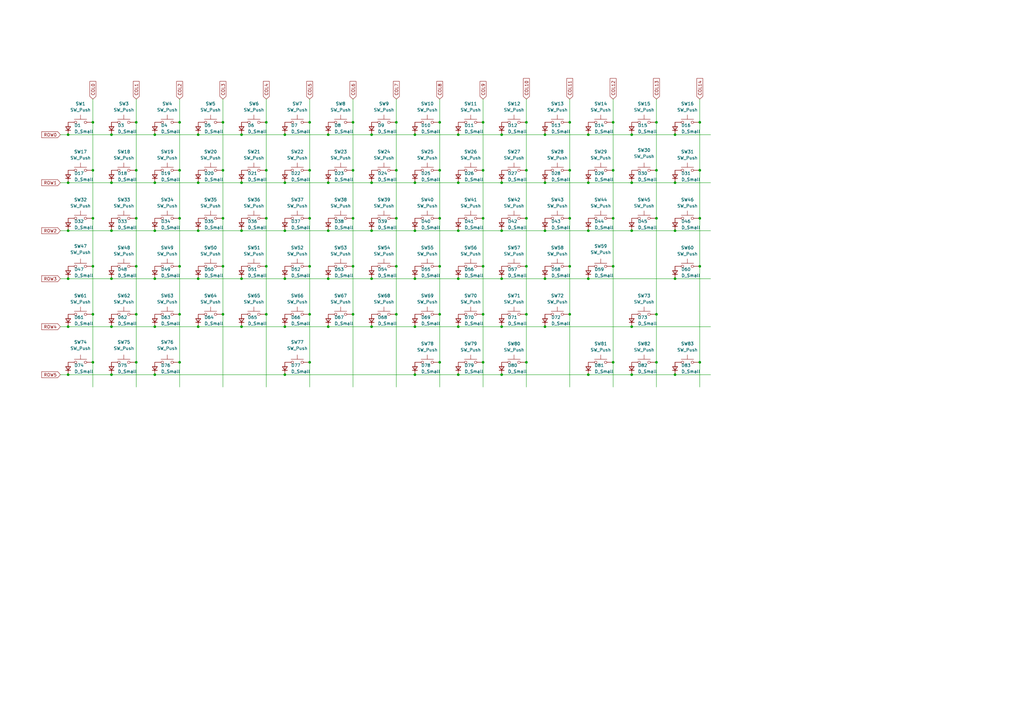
<source format=kicad_sch>
(kicad_sch (version 20230121) (generator eeschema)
  (paper "A3")
  (junction (at 187.96 55.245))
  (junction (at 259.08 94.615))
  (junction (at 215.9 148.59))
  (junction (at 144.78 50.165))
  (junction (at 223.52 55.245))
  (junction (at 63.5 55.245))
  (junction (at 205.74 133.985))
  (junction (at 287.02 148.59))
  (junction (at 241.3 94.615))
  (junction (at 259.08 55.245))
  (junction (at 215.9 128.905))
  (junction (at 170.18 153.67))
  (junction (at 127 148.59))
  (junction (at 55.88 89.535))
  (junction (at 180.34 69.85))
  (junction (at 152.4 74.93))
  (junction (at 27.94 153.67))
  (junction (at 38.1 148.59))
  (junction (at 81.28 114.3))
  (junction (at 134.62 133.985))
  (junction (at 233.68 89.535))
  (junction (at 170.18 133.985))
  (junction (at 109.22 89.535))
  (junction (at 198.12 50.165))
  (junction (at 99.06 94.615))
  (junction (at 259.08 153.67))
  (junction (at 134.62 74.93))
  (junction (at 55.88 128.905))
  (junction (at 205.74 94.615))
  (junction (at 162.56 109.22))
  (junction (at 152.4 133.985))
  (junction (at 198.12 109.22))
  (junction (at 269.24 89.535))
  (junction (at 38.1 109.22))
  (junction (at 127 50.165))
  (junction (at 99.06 74.93))
  (junction (at 109.22 128.905))
  (junction (at 276.86 74.93))
  (junction (at 223.52 94.615))
  (junction (at 180.34 128.905))
  (junction (at 81.28 74.93))
  (junction (at 144.78 69.85))
  (junction (at 180.34 89.535))
  (junction (at 259.08 74.93))
  (junction (at 144.78 128.905))
  (junction (at 55.88 50.165))
  (junction (at 116.84 94.615))
  (junction (at 170.18 94.615))
  (junction (at 73.66 50.165))
  (junction (at 259.08 133.985))
  (junction (at 180.34 109.22))
  (junction (at 198.12 89.535))
  (junction (at 91.44 69.85))
  (junction (at 276.86 153.67))
  (junction (at 116.84 55.245))
  (junction (at 198.12 69.85))
  (junction (at 38.1 89.535))
  (junction (at 55.88 148.59))
  (junction (at 27.94 133.985))
  (junction (at 45.72 133.985))
  (junction (at 81.28 55.245))
  (junction (at 241.3 153.67))
  (junction (at 162.56 89.535))
  (junction (at 45.72 55.245))
  (junction (at 91.44 128.905))
  (junction (at 45.72 114.3))
  (junction (at 276.86 94.615))
  (junction (at 27.94 55.245))
  (junction (at 63.5 74.93))
  (junction (at 276.86 55.245))
  (junction (at 127 128.905))
  (junction (at 116.84 114.3))
  (junction (at 63.5 94.615))
  (junction (at 45.72 94.615))
  (junction (at 205.74 55.245))
  (junction (at 233.68 50.165))
  (junction (at 251.46 109.22))
  (junction (at 223.52 114.3))
  (junction (at 38.1 69.85))
  (junction (at 251.46 69.85))
  (junction (at 269.24 69.85))
  (junction (at 99.06 55.245))
  (junction (at 91.44 89.535))
  (junction (at 109.22 69.85))
  (junction (at 187.96 153.67))
  (junction (at 144.78 109.22))
  (junction (at 269.24 148.59))
  (junction (at 134.62 55.245))
  (junction (at 63.5 114.3))
  (junction (at 127 69.85))
  (junction (at 170.18 74.93))
  (junction (at 223.52 74.93))
  (junction (at 73.66 128.905))
  (junction (at 233.68 128.905))
  (junction (at 198.12 148.59))
  (junction (at 287.02 69.85))
  (junction (at 38.1 50.165))
  (junction (at 251.46 89.535))
  (junction (at 233.68 69.85))
  (junction (at 99.06 114.3))
  (junction (at 276.86 114.3))
  (junction (at 73.66 109.22))
  (junction (at 241.3 114.3))
  (junction (at 91.44 109.22))
  (junction (at 205.74 114.3))
  (junction (at 127 109.22))
  (junction (at 198.12 128.905))
  (junction (at 45.72 74.93))
  (junction (at 27.94 114.3))
  (junction (at 55.88 69.85))
  (junction (at 162.56 128.905))
  (junction (at 251.46 148.59))
  (junction (at 269.24 50.165))
  (junction (at 134.62 94.615))
  (junction (at 109.22 50.165))
  (junction (at 223.52 133.985))
  (junction (at 162.56 69.85))
  (junction (at 73.66 89.535))
  (junction (at 116.84 133.985))
  (junction (at 63.5 133.985))
  (junction (at 287.02 50.165))
  (junction (at 116.84 153.67))
  (junction (at 170.18 114.3))
  (junction (at 215.9 109.22))
  (junction (at 91.44 50.165))
  (junction (at 215.9 89.535))
  (junction (at 127 89.535))
  (junction (at 251.46 50.165))
  (junction (at 180.34 50.165))
  (junction (at 99.06 133.985))
  (junction (at 241.3 74.93))
  (junction (at 287.02 109.22))
  (junction (at 63.5 153.67))
  (junction (at 180.34 148.59))
  (junction (at 81.28 94.615))
  (junction (at 152.4 55.245))
  (junction (at 73.66 69.85))
  (junction (at 27.94 74.93))
  (junction (at 134.62 114.3))
  (junction (at 215.9 69.85))
  (junction (at 187.96 114.3))
  (junction (at 27.94 94.615))
  (junction (at 205.74 153.67))
  (junction (at 81.28 133.985))
  (junction (at 287.02 89.535))
  (junction (at 215.9 50.165))
  (junction (at 152.4 94.615))
  (junction (at 187.96 94.615))
  (junction (at 116.84 74.93))
  (junction (at 73.66 148.59))
  (junction (at 109.22 109.22))
  (junction (at 162.56 50.165))
  (junction (at 38.1 128.905))
  (junction (at 205.74 74.93))
  (junction (at 187.96 74.93))
  (junction (at 187.96 133.985))
  (junction (at 144.78 89.535))
  (junction (at 269.24 128.905))
  (junction (at 170.18 55.245))
  (junction (at 233.68 109.22))
  (junction (at 45.72 153.67))
  (junction (at 55.88 109.22))
  (junction (at 152.4 114.3))
  (junction (at 241.3 55.245))
  (wire (pts (xy 170.18 55.245) (xy 187.96 55.245)))
  (wire (pts (xy 55.88 69.85) (xy 55.88 89.535)))
  (wire (pts (xy 144.78 109.22) (xy 144.78 128.905)))
  (wire (pts (xy 198.12 69.85) (xy 198.12 89.535)))
  (wire (pts (xy 38.1 148.59) (xy 38.1 158.75)))
  (wire (pts (xy 144.78 69.85) (xy 144.78 89.535)))
  (wire (pts (xy 215.9 40.64) (xy 215.9 50.165)))
  (wire (pts (xy 109.22 89.535) (xy 109.22 109.22)))
  (wire (pts (xy 241.3 74.93) (xy 259.08 74.93)))
  (wire (pts (xy 45.72 133.985) (xy 63.5 133.985)))
  (wire (pts (xy 269.24 40.64) (xy 269.24 50.165)))
  (wire (pts (xy 81.28 133.985) (xy 99.06 133.985)))
  (wire (pts (xy 241.3 114.3) (xy 276.86 114.3)))
  (wire (pts (xy 170.18 153.67) (xy 187.96 153.67)))
  (wire (pts (xy 251.46 69.85) (xy 251.46 89.535)))
  (wire (pts (xy 109.22 50.165) (xy 109.22 69.85)))
  (wire (pts (xy 24.765 114.3) (xy 27.94 114.3)))
  (wire (pts (xy 198.12 50.165) (xy 198.12 69.85)))
  (wire (pts (xy 73.66 89.535) (xy 73.66 109.22)))
  (wire (pts (xy 259.08 74.93) (xy 276.86 74.93)))
  (wire (pts (xy 134.62 94.615) (xy 152.4 94.615)))
  (wire (pts (xy 205.74 55.245) (xy 223.52 55.245)))
  (wire (pts (xy 180.34 128.905) (xy 180.34 148.59)))
  (wire (pts (xy 187.96 55.245) (xy 205.74 55.245)))
  (wire (pts (xy 205.74 114.3) (xy 223.52 114.3)))
  (wire (pts (xy 24.765 74.93) (xy 27.94 74.93)))
  (wire (pts (xy 73.66 128.905) (xy 73.66 148.59)))
  (wire (pts (xy 233.68 50.165) (xy 233.68 69.85)))
  (wire (pts (xy 187.96 153.67) (xy 205.74 153.67)))
  (wire (pts (xy 162.56 128.905) (xy 162.56 158.75)))
  (wire (pts (xy 116.84 133.985) (xy 134.62 133.985)))
  (wire (pts (xy 109.22 109.22) (xy 109.22 128.905)))
  (wire (pts (xy 134.62 74.93) (xy 152.4 74.93)))
  (wire (pts (xy 81.28 94.615) (xy 99.06 94.615)))
  (wire (pts (xy 55.88 40.64) (xy 55.88 50.165)))
  (wire (pts (xy 152.4 94.615) (xy 170.18 94.615)))
  (wire (pts (xy 152.4 114.3) (xy 170.18 114.3)))
  (wire (pts (xy 251.46 89.535) (xy 251.46 109.22)))
  (wire (pts (xy 134.62 55.245) (xy 152.4 55.245)))
  (wire (pts (xy 259.08 94.615) (xy 276.86 94.615)))
  (wire (pts (xy 99.06 114.3) (xy 116.84 114.3)))
  (wire (pts (xy 170.18 133.985) (xy 187.96 133.985)))
  (wire (pts (xy 127 69.85) (xy 127 89.535)))
  (wire (pts (xy 24.765 94.615) (xy 27.94 94.615)))
  (wire (pts (xy 223.52 94.615) (xy 241.3 94.615)))
  (wire (pts (xy 170.18 114.3) (xy 187.96 114.3)))
  (wire (pts (xy 276.86 94.615) (xy 291.465 94.615)))
  (wire (pts (xy 127 89.535) (xy 127 109.22)))
  (wire (pts (xy 73.66 40.64) (xy 73.66 50.165)))
  (wire (pts (xy 187.96 74.93) (xy 205.74 74.93)))
  (wire (pts (xy 233.68 89.535) (xy 233.68 109.22)))
  (wire (pts (xy 127 109.22) (xy 127 128.905)))
  (wire (pts (xy 269.24 89.535) (xy 269.24 128.905)))
  (wire (pts (xy 287.02 69.85) (xy 287.02 89.535)))
  (wire (pts (xy 251.46 40.64) (xy 251.46 50.165)))
  (wire (pts (xy 251.46 50.165) (xy 251.46 69.85)))
  (wire (pts (xy 24.765 153.67) (xy 27.94 153.67)))
  (wire (pts (xy 205.74 74.93) (xy 223.52 74.93)))
  (wire (pts (xy 198.12 148.59) (xy 198.12 158.75)))
  (wire (pts (xy 81.28 74.93) (xy 99.06 74.93)))
  (wire (pts (xy 63.5 153.67) (xy 116.84 153.67)))
  (wire (pts (xy 241.3 153.67) (xy 259.08 153.67)))
  (wire (pts (xy 38.1 89.535) (xy 38.1 109.22)))
  (wire (pts (xy 99.06 55.245) (xy 116.84 55.245)))
  (wire (pts (xy 180.34 109.22) (xy 180.34 128.905)))
  (wire (pts (xy 287.02 89.535) (xy 287.02 109.22)))
  (wire (pts (xy 73.66 109.22) (xy 73.66 128.905)))
  (wire (pts (xy 55.88 109.22) (xy 55.88 128.905)))
  (wire (pts (xy 45.72 94.615) (xy 63.5 94.615)))
  (wire (pts (xy 205.74 153.67) (xy 241.3 153.67)))
  (wire (pts (xy 187.96 133.985) (xy 205.74 133.985)))
  (wire (pts (xy 99.06 133.985) (xy 116.84 133.985)))
  (wire (pts (xy 259.08 55.245) (xy 276.86 55.245)))
  (wire (pts (xy 152.4 74.93) (xy 170.18 74.93)))
  (wire (pts (xy 187.96 114.3) (xy 205.74 114.3)))
  (wire (pts (xy 63.5 74.93) (xy 81.28 74.93)))
  (wire (pts (xy 287.02 109.22) (xy 287.02 148.59)))
  (wire (pts (xy 38.1 69.85) (xy 38.1 89.535)))
  (wire (pts (xy 99.06 74.93) (xy 116.84 74.93)))
  (wire (pts (xy 152.4 55.245) (xy 170.18 55.245)))
  (wire (pts (xy 144.78 128.905) (xy 144.78 158.75)))
  (wire (pts (xy 276.86 74.93) (xy 291.465 74.93)))
  (wire (pts (xy 73.66 69.85) (xy 73.66 89.535)))
  (wire (pts (xy 45.72 114.3) (xy 63.5 114.3)))
  (wire (pts (xy 223.52 133.985) (xy 259.08 133.985)))
  (wire (pts (xy 233.68 69.85) (xy 233.68 89.535)))
  (wire (pts (xy 180.34 89.535) (xy 180.34 109.22)))
  (wire (pts (xy 24.765 133.985) (xy 27.94 133.985)))
  (wire (pts (xy 134.62 114.3) (xy 152.4 114.3)))
  (wire (pts (xy 241.3 55.245) (xy 259.08 55.245)))
  (wire (pts (xy 180.34 69.85) (xy 180.34 89.535)))
  (wire (pts (xy 276.86 55.245) (xy 291.465 55.245)))
  (wire (pts (xy 27.94 153.67) (xy 45.72 153.67)))
  (wire (pts (xy 152.4 133.985) (xy 170.18 133.985)))
  (wire (pts (xy 269.24 69.85) (xy 269.24 89.535)))
  (wire (pts (xy 91.44 69.85) (xy 91.44 89.535)))
  (wire (pts (xy 127 128.905) (xy 127 148.59)))
  (wire (pts (xy 91.44 109.22) (xy 91.44 128.905)))
  (wire (pts (xy 233.68 40.64) (xy 233.68 50.165)))
  (wire (pts (xy 99.06 94.615) (xy 116.84 94.615)))
  (wire (pts (xy 223.52 74.93) (xy 241.3 74.93)))
  (wire (pts (xy 45.72 74.93) (xy 63.5 74.93)))
  (wire (pts (xy 223.52 55.245) (xy 241.3 55.245)))
  (wire (pts (xy 63.5 94.615) (xy 81.28 94.615)))
  (wire (pts (xy 215.9 148.59) (xy 215.9 158.75)))
  (wire (pts (xy 215.9 69.85) (xy 215.9 89.535)))
  (wire (pts (xy 127 40.64) (xy 127 50.165)))
  (wire (pts (xy 170.18 74.93) (xy 187.96 74.93)))
  (wire (pts (xy 109.22 69.85) (xy 109.22 89.535)))
  (wire (pts (xy 269.24 50.165) (xy 269.24 69.85)))
  (wire (pts (xy 81.28 114.3) (xy 99.06 114.3)))
  (wire (pts (xy 91.44 128.905) (xy 91.44 158.75)))
  (wire (pts (xy 73.66 50.165) (xy 73.66 69.85)))
  (wire (pts (xy 81.28 55.245) (xy 99.06 55.245)))
  (wire (pts (xy 45.72 55.245) (xy 63.5 55.245)))
  (wire (pts (xy 27.94 74.93) (xy 45.72 74.93)))
  (wire (pts (xy 63.5 133.985) (xy 81.28 133.985)))
  (wire (pts (xy 38.1 40.64) (xy 38.1 50.165)))
  (wire (pts (xy 215.9 128.905) (xy 215.9 148.59)))
  (wire (pts (xy 45.72 153.67) (xy 63.5 153.67)))
  (wire (pts (xy 55.88 89.535) (xy 55.88 109.22)))
  (wire (pts (xy 170.18 94.615) (xy 187.96 94.615)))
  (wire (pts (xy 198.12 128.905) (xy 198.12 148.59)))
  (wire (pts (xy 259.08 133.985) (xy 291.465 133.985)))
  (wire (pts (xy 134.62 133.985) (xy 152.4 133.985)))
  (wire (pts (xy 269.24 148.59) (xy 269.24 158.75)))
  (wire (pts (xy 180.34 148.59) (xy 180.34 158.75)))
  (wire (pts (xy 109.22 128.905) (xy 109.22 158.75)))
  (wire (pts (xy 198.12 40.64) (xy 198.12 50.165)))
  (wire (pts (xy 215.9 50.165) (xy 215.9 69.85)))
  (wire (pts (xy 187.96 94.615) (xy 205.74 94.615)))
  (wire (pts (xy 27.94 94.615) (xy 45.72 94.615)))
  (wire (pts (xy 198.12 109.22) (xy 198.12 128.905)))
  (wire (pts (xy 287.02 40.64) (xy 287.02 50.165)))
  (wire (pts (xy 215.9 109.22) (xy 215.9 128.905)))
  (wire (pts (xy 116.84 153.67) (xy 170.18 153.67)))
  (wire (pts (xy 73.66 148.59) (xy 73.66 158.75)))
  (wire (pts (xy 55.88 128.905) (xy 55.88 148.59)))
  (wire (pts (xy 205.74 133.985) (xy 223.52 133.985)))
  (wire (pts (xy 127 148.59) (xy 127 158.75)))
  (wire (pts (xy 241.3 94.615) (xy 259.08 94.615)))
  (wire (pts (xy 91.44 89.535) (xy 91.44 109.22)))
  (wire (pts (xy 162.56 89.535) (xy 162.56 109.22)))
  (wire (pts (xy 223.52 114.3) (xy 241.3 114.3)))
  (wire (pts (xy 287.02 50.165) (xy 287.02 69.85)))
  (wire (pts (xy 116.84 94.615) (xy 134.62 94.615)))
  (wire (pts (xy 180.34 40.64) (xy 180.34 50.165)))
  (wire (pts (xy 27.94 55.245) (xy 45.72 55.245)))
  (wire (pts (xy 38.1 128.905) (xy 38.1 148.59)))
  (wire (pts (xy 55.88 50.165) (xy 55.88 69.85)))
  (wire (pts (xy 116.84 114.3) (xy 134.62 114.3)))
  (wire (pts (xy 144.78 50.165) (xy 144.78 69.85)))
  (wire (pts (xy 269.24 128.905) (xy 269.24 148.59)))
  (wire (pts (xy 24.765 55.245) (xy 27.94 55.245)))
  (wire (pts (xy 251.46 148.59) (xy 251.46 158.75)))
  (wire (pts (xy 162.56 69.85) (xy 162.56 89.535)))
  (wire (pts (xy 287.02 148.59) (xy 287.02 158.75)))
  (wire (pts (xy 205.74 94.615) (xy 223.52 94.615)))
  (wire (pts (xy 276.86 114.3) (xy 291.465 114.3)))
  (wire (pts (xy 162.56 50.165) (xy 162.56 69.85)))
  (wire (pts (xy 27.94 114.3) (xy 45.72 114.3)))
  (wire (pts (xy 116.84 74.93) (xy 134.62 74.93)))
  (wire (pts (xy 91.44 50.165) (xy 91.44 69.85)))
  (wire (pts (xy 233.68 128.905) (xy 233.68 158.75)))
  (wire (pts (xy 233.68 109.22) (xy 233.68 128.905)))
  (wire (pts (xy 63.5 55.245) (xy 81.28 55.245)))
  (wire (pts (xy 215.9 89.535) (xy 215.9 109.22)))
  (wire (pts (xy 180.34 50.165) (xy 180.34 69.85)))
  (wire (pts (xy 127 50.165) (xy 127 69.85)))
  (wire (pts (xy 162.56 109.22) (xy 162.56 128.905)))
  (wire (pts (xy 144.78 89.535) (xy 144.78 109.22)))
  (wire (pts (xy 198.12 89.535) (xy 198.12 109.22)))
  (wire (pts (xy 251.46 109.22) (xy 251.46 148.59)))
  (wire (pts (xy 38.1 109.22) (xy 38.1 128.905)))
  (wire (pts (xy 27.94 133.985) (xy 45.72 133.985)))
  (wire (pts (xy 109.22 40.64) (xy 109.22 50.165)))
  (wire (pts (xy 38.1 50.165) (xy 38.1 69.85)))
  (wire (pts (xy 91.44 40.64) (xy 91.44 50.165)))
  (wire (pts (xy 162.56 40.64) (xy 162.56 50.165)))
  (wire (pts (xy 259.08 153.67) (xy 276.86 153.67)))
  (wire (pts (xy 116.84 55.245) (xy 134.62 55.245)))
  (wire (pts (xy 276.86 153.67) (xy 291.465 153.67)))
  (wire (pts (xy 55.88 148.59) (xy 55.88 158.75)))
  (wire (pts (xy 63.5 114.3) (xy 81.28 114.3)))
  (wire (pts (xy 144.78 40.64) (xy 144.78 50.165)))
  (global_label "ROW2" (shape input) (at 24.765 94.615 180) (property "Intersheetrefs" "${INTERSHEET_REFS}" (effects hide)))
  (global_label "COL6" (shape input) (at 144.78 40.64 90) (property "Intersheetrefs" "${INTERSHEET_REFS}" (effects hide)))
  (global_label "COL1" (shape input) (at 55.88 40.64 90) (property "Intersheetrefs" "${INTERSHEET_REFS}" (effects hide)))
  (global_label "COL2" (shape input) (at 73.66 40.64 90) (property "Intersheetrefs" "${INTERSHEET_REFS}" (effects hide)))
  (global_label "COL11" (shape input) (at 233.68 40.64 90) (property "Intersheetrefs" "${INTERSHEET_REFS}" (effects hide)))
  (global_label "COL13" (shape input) (at 269.24 40.64 90) (property "Intersheetrefs" "${INTERSHEET_REFS}" (effects hide)))
  (global_label "ROW3" (shape input) (at 24.765 114.3 180) (property "Intersheetrefs" "${INTERSHEET_REFS}" (effects hide)))
  (global_label "COL12" (shape input) (at 251.46 40.64 90) (property "Intersheetrefs" "${INTERSHEET_REFS}" (effects hide)))
  (global_label "COL8" (shape input) (at 180.34 40.64 90) (property "Intersheetrefs" "${INTERSHEET_REFS}" (effects hide)))
  (global_label "COL7" (shape input) (at 162.56 40.64 90) (property "Intersheetrefs" "${INTERSHEET_REFS}" (effects hide)))
  (global_label "COL10" (shape input) (at 215.9 40.64 90) (property "Intersheetrefs" "${INTERSHEET_REFS}" (effects hide)))
  (global_label "ROW5" (shape input) (at 24.765 153.67 180) (property "Intersheetrefs" "${INTERSHEET_REFS}" (effects hide)))
  (global_label "COL9" (shape input) (at 198.12 40.64 90) (property "Intersheetrefs" "${INTERSHEET_REFS}" (effects hide)))
  (global_label "COL5" (shape input) (at 127 40.64 90) (property "Intersheetrefs" "${INTERSHEET_REFS}" (effects hide)))
  (global_label "ROW0" (shape input) (at 24.765 55.245 180) (property "Intersheetrefs" "${INTERSHEET_REFS}" (effects hide)))
  (global_label "COL14" (shape input) (at 287.02 40.64 90) (property "Intersheetrefs" "${INTERSHEET_REFS}" (effects hide)))
  (global_label "COL4" (shape input) (at 109.22 40.64 90) (property "Intersheetrefs" "${INTERSHEET_REFS}" (effects hide)))
  (global_label "ROW1" (shape input) (at 24.765 74.93 180) (property "Intersheetrefs" "${INTERSHEET_REFS}" (effects hide)))
  (global_label "COL0" (shape input) (at 38.1 40.64 90) (property "Intersheetrefs" "${INTERSHEET_REFS}" (effects hide)))
  (global_label "ROW4" (shape input) (at 24.765 133.985 180) (property "Intersheetrefs" "${INTERSHEET_REFS}" (effects hide)))
  (global_label "COL3" (shape input) (at 91.44 40.64 90) (property "Intersheetrefs" "${INTERSHEET_REFS}" (effects hide)))
  (symbol (lib_id "Device:D_Small") (at 223.52 92.075 90) (unit 1)
    (property "Reference" "D43" (at 226.06 90.805 90) (effects (justify right)))
    (property "Value" "D_Small" (at 226.06 93.345 90) (effects (justify right)))
    (property "Footprint" "Diode_SMD:D_SOD-123" (effects hide))
    (property "Sim.Device" "D" (effects hide))
    (property "Sim.Pins" "1=K 2=A" (effects hide))
  )
  (symbol (lib_id "Device:D_Small") (at 27.94 151.13 90) (unit 1)
    (property "Reference" "D74" (at 30.48 149.86 90) (effects (justify right)))
    (property "Value" "D_Small" (at 30.48 152.4 90) (effects (justify right)))
    (property "Footprint" "Diode_SMD:D_SOD-123" (effects hide))
    (property "Sim.Device" "D" (effects hide))
    (property "Sim.Pins" "1=K 2=A" (effects hide))
  )
  (symbol (lib_id "Switch:SW_Push") (at 210.82 89.535 0) (unit 1)
    (property "Reference" "SW42" (at 210.82 81.915 0))
    (property "Value" "SW_Push" (at 210.82 84.455 0))
    (property "Footprint" "PCM_Switch_Keyboard_Hotswap_Kailh:SW_Hotswap_Kailh_MX_Plated_1.00u" (effects hide))
  )
  (symbol (lib_id "Device:D_Small") (at 205.74 151.13 90) (unit 1)
    (property "Reference" "D80" (at 208.28 149.86 90) (effects (justify right)))
    (property "Value" "D_Small" (at 208.28 152.4 90) (effects (justify right)))
    (property "Footprint" "Diode_SMD:D_SOD-123" (effects hide))
    (property "Sim.Device" "D" (effects hide))
    (property "Sim.Pins" "1=K 2=A" (effects hide))
  )
  (symbol (lib_id "Switch:SW_Push") (at 104.14 50.165 0) (unit 1)
    (property "Reference" "SW6" (at 104.14 42.545 0))
    (property "Value" "SW_Push" (at 104.14 45.085 0))
    (property "Footprint" "PCM_Switch_Keyboard_Hotswap_Kailh:SW_Hotswap_Kailh_MX_Plated_1.00u" (effects hide))
  )
  (symbol (lib_id "Switch:SW_Push") (at 228.6 109.22 0) (unit 1)
    (property "Reference" "SW58" (at 228.6 101.6 0))
    (property "Value" "SW_Push" (at 228.6 104.14 0))
    (property "Footprint" "PCM_Switch_Keyboard_Hotswap_Kailh:SW_Hotswap_Kailh_MX_Plated_1.00u" (effects hide))
  )
  (symbol (lib_id "Switch:SW_Push") (at 228.6 50.165 0) (unit 1)
    (property "Reference" "SW13" (at 228.6 42.545 0))
    (property "Value" "SW_Push" (at 228.6 45.085 0))
    (property "Footprint" "PCM_Switch_Keyboard_Hotswap_Kailh:SW_Hotswap_Kailh_MX_Plated_1.00u" (effects hide))
  )
  (symbol (lib_id "Device:D_Small") (at 223.52 131.445 90) (unit 1)
    (property "Reference" "D72" (at 226.06 130.175 90) (effects (justify right)))
    (property "Value" "D_Small" (at 226.06 132.715 90) (effects (justify right)))
    (property "Footprint" "Diode_SMD:D_SOD-123" (effects hide))
    (property "Sim.Device" "D" (effects hide))
    (property "Sim.Pins" "1=K 2=A" (effects hide))
  )
  (symbol (lib_id "Switch:SW_Push") (at 264.16 89.535 0) (unit 1)
    (property "Reference" "SW45" (at 264.16 81.915 0))
    (property "Value" "SW_Push" (at 264.16 84.455 0))
    (property "Footprint" "PCM_Switch_Keyboard_Hotswap_Kailh:SW_Hotswap_Kailh_MX_Plated_1.50u" (effects hide))
  )
  (symbol (lib_id "Device:D_Small") (at 81.28 131.445 90) (unit 1)
    (property "Reference" "D64" (at 83.82 130.175 90) (effects (justify right)))
    (property "Value" "D_Small" (at 83.82 132.715 90) (effects (justify right)))
    (property "Footprint" "Diode_SMD:D_SOD-123" (effects hide))
    (property "Sim.Device" "D" (effects hide))
    (property "Sim.Pins" "1=K 2=A" (effects hide))
  )
  (symbol (lib_id "Device:D_Small") (at 81.28 111.76 90) (unit 1)
    (property "Reference" "D50" (at 83.82 110.49 90) (effects (justify right)))
    (property "Value" "D_Small" (at 83.82 113.03 90) (effects (justify right)))
    (property "Footprint" "Diode_SMD:D_SOD-123" (effects hide))
    (property "Sim.Device" "D" (effects hide))
    (property "Sim.Pins" "1=K 2=A" (effects hide))
  )
  (symbol (lib_id "Device:D_Small") (at 241.3 151.13 90) (unit 1)
    (property "Reference" "D81" (at 243.84 149.86 90) (effects (justify right)))
    (property "Value" "D_Small" (at 243.84 152.4 90) (effects (justify right)))
    (property "Footprint" "Diode_SMD:D_SOD-123" (effects hide))
    (property "Sim.Device" "D" (effects hide))
    (property "Sim.Pins" "1=K 2=A" (effects hide))
  )
  (symbol (lib_id "Switch:SW_Push") (at 264.16 50.165 0) (unit 1)
    (property "Reference" "SW15" (at 264.16 42.545 0))
    (property "Value" "SW_Push" (at 264.16 45.085 0))
    (property "Footprint" "PCM_Switch_Keyboard_Hotswap_Kailh:SW_Hotswap_Kailh_MX_Plated_1.00u" (effects hide))
  )
  (symbol (lib_id "Switch:SW_Push") (at 33.02 69.85 0) (unit 1)
    (property "Reference" "SW17" (at 33.02 62.23 0))
    (property "Value" "SW_Push" (at 33.02 64.77 0))
    (property "Footprint" "PCM_Switch_Keyboard_Hotswap_Kailh:SW_Hotswap_Kailh_MX_Plated_1.00u" (effects hide))
  )
  (symbol (lib_id "Device:D_Small") (at 116.84 151.13 90) (unit 1)
    (property "Reference" "D77" (at 119.38 149.86 90) (effects (justify right)))
    (property "Value" "D_Small" (at 119.38 152.4 90) (effects (justify right)))
    (property "Footprint" "Diode_SMD:D_SOD-123" (effects hide))
    (property "Sim.Device" "D" (effects hide))
    (property "Sim.Pins" "1=K 2=A" (effects hide))
  )
  (symbol (lib_id "Switch:SW_Push") (at 33.02 128.905 0) (unit 1)
    (property "Reference" "SW61" (at 33.02 121.285 0))
    (property "Value" "SW_Push" (at 33.02 123.825 0))
    (property "Footprint" "PCM_Switch_Keyboard_Hotswap_Kailh:SW_Hotswap_Kailh_MX_Plated_2.25u" (effects hide))
  )
  (symbol (lib_id "Switch:SW_Push") (at 50.8 128.905 0) (unit 1)
    (property "Reference" "SW62" (at 50.8 121.285 0))
    (property "Value" "SW_Push" (at 50.8 123.825 0))
    (property "Footprint" "PCM_Switch_Keyboard_Hotswap_Kailh:SW_Hotswap_Kailh_MX_Plated_1.00u" (effects hide))
  )
  (symbol (lib_id "Switch:SW_Push") (at 228.6 89.535 0) (unit 1)
    (property "Reference" "SW43" (at 228.6 81.915 0))
    (property "Value" "SW_Push" (at 228.6 84.455 0))
    (property "Footprint" "PCM_Switch_Keyboard_Hotswap_Kailh:SW_Hotswap_Kailh_MX_Plated_1.00u" (effects hide))
  )
  (symbol (lib_id "Device:D_Small") (at 223.52 111.76 90) (unit 1)
    (property "Reference" "D58" (at 226.06 110.49 90) (effects (justify right)))
    (property "Value" "D_Small" (at 226.06 113.03 90) (effects (justify right)))
    (property "Footprint" "Diode_SMD:D_SOD-123" (effects hide))
    (property "Sim.Device" "D" (effects hide))
    (property "Sim.Pins" "1=K 2=A" (effects hide))
  )
  (symbol (lib_id "Switch:SW_Push") (at 68.58 89.535 0) (unit 1)
    (property "Reference" "SW34" (at 68.58 81.915 0))
    (property "Value" "SW_Push" (at 68.58 84.455 0))
    (property "Footprint" "PCM_Switch_Keyboard_Hotswap_Kailh:SW_Hotswap_Kailh_MX_Plated_1.00u" (effects hide))
  )
  (symbol (lib_id "Device:D_Small") (at 187.96 52.705 90) (unit 1)
    (property "Reference" "D11" (at 190.5 51.435 90) (effects (justify right)))
    (property "Value" "D_Small" (at 190.5 53.975 90) (effects (justify right)))
    (property "Footprint" "Diode_SMD:D_SOD-123" (effects hide))
    (property "Sim.Device" "D" (effects hide))
    (property "Sim.Pins" "1=K 2=A" (effects hide))
  )
  (symbol (lib_id "Device:D_Small") (at 187.96 111.76 90) (unit 1)
    (property "Reference" "D56" (at 190.5 110.49 90) (effects (justify right)))
    (property "Value" "D_Small" (at 190.5 113.03 90) (effects (justify right)))
    (property "Footprint" "Diode_SMD:D_SOD-123" (effects hide))
    (property "Sim.Device" "D" (effects hide))
    (property "Sim.Pins" "1=K 2=A" (effects hide))
  )
  (symbol (lib_id "Device:D_Small") (at 205.74 52.705 90) (unit 1)
    (property "Reference" "D12" (at 208.28 51.435 90) (effects (justify right)))
    (property "Value" "D_Small" (at 208.28 53.975 90) (effects (justify right)))
    (property "Footprint" "Diode_SMD:D_SOD-123" (effects hide))
    (property "Sim.Device" "D" (effects hide))
    (property "Sim.Pins" "1=K 2=A" (effects hide))
  )
  (symbol (lib_id "Switch:SW_Push") (at 246.38 148.59 0) (unit 1)
    (property "Reference" "SW81" (at 246.38 140.97 0))
    (property "Value" "SW_Push" (at 246.38 143.51 0))
    (property "Footprint" "PCM_Switch_Keyboard_Hotswap_Kailh:SW_Hotswap_Kailh_MX_Plated_1.00u" (effects hide))
  )
  (symbol (lib_id "Switch:SW_Push") (at 86.36 128.905 0) (unit 1)
    (property "Reference" "SW64" (at 86.36 121.285 0))
    (property "Value" "SW_Push" (at 86.36 123.825 0))
    (property "Footprint" "PCM_Switch_Keyboard_Hotswap_Kailh:SW_Hotswap_Kailh_MX_Plated_1.00u" (effects hide))
  )
  (symbol (lib_id "Device:D_Small") (at 241.3 111.76 90) (unit 1)
    (property "Reference" "D59" (at 243.84 110.49 90) (effects (justify right)))
    (property "Value" "D_Small" (at 243.84 113.03 90) (effects (justify right)))
    (property "Footprint" "Diode_SMD:D_SOD-123" (effects hide))
    (property "Sim.Device" "D" (effects hide))
    (property "Sim.Pins" "1=K 2=A" (effects hide))
  )
  (symbol (lib_id "Switch:SW_Push") (at 246.38 89.535 0) (unit 1)
    (property "Reference" "SW44" (at 246.38 81.915 0))
    (property "Value" "SW_Push" (at 246.38 84.455 0))
    (property "Footprint" "PCM_Switch_Keyboard_Hotswap_Kailh:SW_Hotswap_Kailh_MX_Plated_1.00u" (effects hide))
  )
  (symbol (lib_id "Switch:SW_Push") (at 33.02 89.535 0) (unit 1)
    (property "Reference" "SW32" (at 33.02 81.915 0))
    (property "Value" "SW_Push" (at 33.02 84.455 0))
    (property "Footprint" "PCM_Switch_Keyboard_Hotswap_Kailh:SW_Hotswap_Kailh_MX_Plated_1.50u" (effects hide))
  )
  (symbol (lib_id "Device:D_Small") (at 63.5 131.445 90) (unit 1)
    (property "Reference" "D63" (at 66.04 130.175 90) (effects (justify right)))
    (property "Value" "D_Small" (at 66.04 132.715 90) (effects (justify right)))
    (property "Footprint" "Diode_SMD:D_SOD-123" (effects hide))
    (property "Sim.Device" "D" (effects hide))
    (property "Sim.Pins" "1=K 2=A" (effects hide))
  )
  (symbol (lib_id "Switch:SW_Push") (at 264.16 128.905 0) (unit 1)
    (property "Reference" "SW73" (at 264.16 121.285 0))
    (property "Value" "SW_Push" (at 264.16 123.825 0))
    (property "Footprint" "PCM_Switch_Keyboard_Hotswap_Kailh:SW_Hotswap_Kailh_MX_Plated_1.00u" (effects hide))
  )
  (symbol (lib_id "Device:D_Small") (at 99.06 72.39 90) (unit 1)
    (property "Reference" "D21" (at 101.6 71.12 90) (effects (justify right)))
    (property "Value" "D_Small" (at 101.6 73.66 90) (effects (justify right)))
    (property "Footprint" "Diode_SMD:D_SOD-123" (effects hide))
    (property "Sim.Device" "D" (effects hide))
    (property "Sim.Pins" "1=K 2=A" (effects hide))
  )
  (symbol (lib_id "Device:D_Small") (at 134.62 111.76 90) (unit 1)
    (property "Reference" "D53" (at 137.16 110.49 90) (effects (justify right)))
    (property "Value" "D_Small" (at 137.16 113.03 90) (effects (justify right)))
    (property "Footprint" "Diode_SMD:D_SOD-123" (effects hide))
    (property "Sim.Device" "D" (effects hide))
    (property "Sim.Pins" "1=K 2=A" (effects hide))
  )
  (symbol (lib_id "Switch:SW_Push") (at 104.14 69.85 0) (unit 1)
    (property "Reference" "SW21" (at 104.14 62.23 0))
    (property "Value" "SW_Push" (at 104.14 64.77 0))
    (property "Footprint" "PCM_Switch_Keyboard_Hotswap_Kailh:SW_Hotswap_Kailh_MX_Plated_1.00u" (effects hide))
  )
  (symbol (lib_id "Device:D_Small") (at 116.84 131.445 90) (unit 1)
    (property "Reference" "D66" (at 119.38 130.175 90) (effects (justify right)))
    (property "Value" "D_Small" (at 119.38 132.715 90) (effects (justify right)))
    (property "Footprint" "Diode_SMD:D_SOD-123" (effects hide))
    (property "Sim.Device" "D" (effects hide))
    (property "Sim.Pins" "1=K 2=A" (effects hide))
  )
  (symbol (lib_id "Switch:SW_Push") (at 50.8 89.535 0) (unit 1)
    (property "Reference" "SW33" (at 50.8 81.915 0))
    (property "Value" "SW_Push" (at 50.8 84.455 0))
    (property "Footprint" "PCM_Switch_Keyboard_Hotswap_Kailh:SW_Hotswap_Kailh_MX_Plated_1.00u" (effects hide))
  )
  (symbol (lib_id "Device:D_Small") (at 241.3 72.39 90) (unit 1)
    (property "Reference" "D29" (at 243.84 71.12 90) (effects (justify right)))
    (property "Value" "D_Small" (at 243.84 73.66 90) (effects (justify right)))
    (property "Footprint" "Diode_SMD:D_SOD-123" (effects hide))
    (property "Sim.Device" "D" (effects hide))
    (property "Sim.Pins" "1=K 2=A" (effects hide))
  )
  (symbol (lib_id "Switch:SW_Push") (at 86.36 89.535 0) (unit 1)
    (property "Reference" "SW35" (at 86.36 81.915 0))
    (property "Value" "SW_Push" (at 86.36 84.455 0))
    (property "Footprint" "PCM_Switch_Keyboard_Hotswap_Kailh:SW_Hotswap_Kailh_MX_Plated_1.00u" (effects hide))
  )
  (symbol (lib_id "Device:D_Small") (at 259.08 151.13 90) (unit 1)
    (property "Reference" "D82" (at 261.62 149.86 90) (effects (justify right)))
    (property "Value" "D_Small" (at 261.62 152.4 90) (effects (justify right)))
    (property "Footprint" "Diode_SMD:D_SOD-123" (effects hide))
    (property "Sim.Device" "D" (effects hide))
    (property "Sim.Pins" "1=K 2=A" (effects hide))
  )
  (symbol (lib_id "Device:D_Small") (at 27.94 111.76 90) (unit 1)
    (property "Reference" "D47" (at 30.48 110.49 90) (effects (justify right)))
    (property "Value" "D_Small" (at 30.48 113.03 90) (effects (justify right)))
    (property "Footprint" "Diode_SMD:D_SOD-123" (effects hide))
    (property "Sim.Device" "D" (effects hide))
    (property "Sim.Pins" "1=K 2=A" (effects hide))
  )
  (symbol (lib_id "Switch:SW_Push") (at 121.92 128.905 0) (unit 1)
    (property "Reference" "SW66" (at 121.92 121.285 0))
    (property "Value" "SW_Push" (at 121.92 123.825 0))
    (property "Footprint" "PCM_Switch_Keyboard_Hotswap_Kailh:SW_Hotswap_Kailh_MX_Plated_1.00u" (effects hide))
  )
  (symbol (lib_id "Device:D_Small") (at 27.94 52.705 90) (unit 1)
    (property "Reference" "D1" (at 30.48 51.435 90) (effects (justify right)))
    (property "Value" "D_Small" (at 30.48 53.975 90) (effects (justify right)))
    (property "Footprint" "Diode_SMD:D_SOD-123" (effects hide))
    (property "Sim.Device" "D" (effects hide))
    (property "Sim.Pins" "1=K 2=A" (effects hide))
  )
  (symbol (lib_id "Switch:SW_Push") (at 281.94 89.535 0) (unit 1)
    (property "Reference" "SW46" (at 281.94 81.915 0))
    (property "Value" "SW_Push" (at 281.94 84.455 0))
    (property "Footprint" "PCM_Switch_Keyboard_Hotswap_Kailh:SW_Hotswap_Kailh_MX_Plated_1.00u" (effects hide))
  )
  (symbol (lib_id "Switch:SW_Push") (at 33.02 148.59 0) (unit 1)
    (property "Reference" "SW74" (at 33.02 140.335 0))
    (property "Value" "SW_Push" (at 33.02 142.875 0))
    (property "Footprint" "PCM_Switch_Keyboard_Hotswap_Kailh:SW_Hotswap_Kailh_MX_Plated_1.25u" (effects hide))
  )
  (symbol (lib_id "Switch:SW_Push") (at 193.04 89.535 0) (unit 1)
    (property "Reference" "SW41" (at 193.04 81.915 0))
    (property "Value" "SW_Push" (at 193.04 84.455 0))
    (property "Footprint" "PCM_Switch_Keyboard_Hotswap_Kailh:SW_Hotswap_Kailh_MX_Plated_1.00u" (effects hide))
  )
  (symbol (lib_id "Device:D_Small") (at 170.18 92.075 90) (unit 1)
    (property "Reference" "D40" (at 172.72 90.805 90) (effects (justify right)))
    (property "Value" "D_Small" (at 172.72 93.345 90) (effects (justify right)))
    (property "Footprint" "Diode_SMD:D_SOD-123" (effects hide))
    (property "Sim.Device" "D" (effects hide))
    (property "Sim.Pins" "1=K 2=A" (effects hide))
  )
  (symbol (lib_id "Switch:SW_Push") (at 175.26 148.59 0) (unit 1)
    (property "Reference" "SW78" (at 175.26 140.97 0))
    (property "Value" "SW_Push" (at 175.26 143.51 0))
    (property "Footprint" "PCM_Switch_Keyboard_Hotswap_Kailh:SW_Hotswap_Kailh_MX_Plated_1.00u" (effects hide))
  )
  (symbol (lib_id "Device:D_Small") (at 152.4 111.76 90) (unit 1)
    (property "Reference" "D54" (at 154.94 110.49 90) (effects (justify right)))
    (property "Value" "D_Small" (at 154.94 113.03 90) (effects (justify right)))
    (property "Footprint" "Diode_SMD:D_SOD-123" (effects hide))
    (property "Sim.Device" "D" (effects hide))
    (property "Sim.Pins" "1=K 2=A" (effects hide))
  )
  (symbol (lib_id "Device:D_Small") (at 205.74 131.445 90) (unit 1)
    (property "Reference" "D71" (at 208.28 130.175 90) (effects (justify right)))
    (property "Value" "D_Small" (at 208.28 132.715 90) (effects (justify right)))
    (property "Footprint" "Diode_SMD:D_SOD-123" (effects hide))
    (property "Sim.Device" "D" (effects hide))
    (property "Sim.Pins" "1=K 2=A" (effects hide))
  )
  (symbol (lib_id "Device:D_Small") (at 276.86 72.39 90) (unit 1)
    (property "Reference" "D31" (at 279.4 71.12 90) (effects (justify right)))
    (property "Value" "D_Small" (at 279.4 73.66 90) (effects (justify right)))
    (property "Footprint" "Diode_SMD:D_SOD-123" (effects hide))
    (property "Sim.Device" "D" (effects hide))
    (property "Sim.Pins" "1=K 2=A" (effects hide))
  )
  (symbol (lib_id "Switch:SW_Push") (at 281.94 69.85 0) (unit 1)
    (property "Reference" "SW31" (at 281.94 62.23 0))
    (property "Value" "SW_Push" (at 281.94 64.77 0))
    (property "Footprint" "PCM_Switch_Keyboard_Hotswap_Kailh:SW_Hotswap_Kailh_MX_Plated_1.00u" (effects hide))
  )
  (symbol (lib_id "Switch:SW_Push") (at 139.7 89.535 0) (unit 1)
    (property "Reference" "SW38" (at 139.7 81.915 0))
    (property "Value" "SW_Push" (at 139.7 84.455 0))
    (property "Footprint" "PCM_Switch_Keyboard_Hotswap_Kailh:SW_Hotswap_Kailh_MX_Plated_1.00u" (effects hide))
  )
  (symbol (lib_id "Switch:SW_Push") (at 246.38 50.165 0) (unit 1)
    (property "Reference" "SW14" (at 246.38 42.545 0))
    (property "Value" "SW_Push" (at 246.38 45.085 0))
    (property "Footprint" "PCM_Switch_Keyboard_Hotswap_Kailh:SW_Hotswap_Kailh_MX_Plated_1.00u" (effects hide))
  )
  (symbol (lib_id "Device:D_Small") (at 81.28 72.39 90) (unit 1)
    (property "Reference" "D20" (at 83.82 71.12 90) (effects (justify right)))
    (property "Value" "D_Small" (at 83.82 73.66 90) (effects (justify right)))
    (property "Footprint" "Diode_SMD:D_SOD-123" (effects hide))
    (property "Sim.Device" "D" (effects hide))
    (property "Sim.Pins" "1=K 2=A" (effects hide))
  )
  (symbol (lib_id "Switch:SW_Push") (at 246.38 109.22 0) (unit 1)
    (property "Reference" "SW59" (at 246.38 100.965 0))
    (property "Value" "SW_Push" (at 246.38 103.505 0))
    (property "Footprint" "PCM_Switch_Keyboard_Hotswap_Kailh:SW_Hotswap_Kailh_MX_Plated_2.25u" (effects hide))
  )
  (symbol (lib_id "Device:D_Small") (at 152.4 131.445 90) (unit 1)
    (property "Reference" "D68" (at 154.94 130.175 90) (effects (justify right)))
    (property "Value" "D_Small" (at 154.94 132.715 90) (effects (justify right)))
    (property "Footprint" "Diode_SMD:D_SOD-123" (effects hide))
    (property "Sim.Device" "D" (effects hide))
    (property "Sim.Pins" "1=K 2=A" (effects hide))
  )
  (symbol (lib_id "Device:D_Small") (at 63.5 72.39 90) (unit 1)
    (property "Reference" "D19" (at 66.04 71.12 90) (effects (justify right)))
    (property "Value" "D_Small" (at 66.04 73.66 90) (effects (justify right)))
    (property "Footprint" "Diode_SMD:D_SOD-123" (effects hide))
    (property "Sim.Device" "D" (effects hide))
    (property "Sim.Pins" "1=K 2=A" (effects hide))
  )
  (symbol (lib_id "Device:D_Small") (at 259.08 72.39 90) (unit 1)
    (property "Reference" "D30" (at 261.62 71.12 90) (effects (justify right)))
    (property "Value" "D_Small" (at 261.62 73.66 90) (effects (justify right)))
    (property "Footprint" "Diode_SMD:D_SOD-123" (effects hide))
    (property "Sim.Device" "D" (effects hide))
    (property "Sim.Pins" "1=K 2=A" (effects hide))
  )
  (symbol (lib_id "Device:D_Small") (at 170.18 111.76 90) (unit 1)
    (property "Reference" "D55" (at 172.72 110.49 90) (effects (justify right)))
    (property "Value" "D_Small" (at 172.72 113.03 90) (effects (justify right)))
    (property "Footprint" "Diode_SMD:D_SOD-123" (effects hide))
    (property "Sim.Device" "D" (effects hide))
    (property "Sim.Pins" "1=K 2=A" (effects hide))
  )
  (symbol (lib_id "Device:D_Small") (at 205.74 111.76 90) (unit 1)
    (property "Reference" "D57" (at 208.28 110.49 90) (effects (justify right)))
    (property "Value" "D_Small" (at 208.28 113.03 90) (effects (justify right)))
    (property "Footprint" "Diode_SMD:D_SOD-123" (effects hide))
    (property "Sim.Device" "D" (effects hide))
    (property "Sim.Pins" "1=K 2=A" (effects hide))
  )
  (symbol (lib_id "Switch:SW_Push") (at 210.82 109.22 0) (unit 1)
    (property "Reference" "SW57" (at 210.82 101.6 0))
    (property "Value" "SW_Push" (at 210.82 104.14 0))
    (property "Footprint" "PCM_Switch_Keyboard_Hotswap_Kailh:SW_Hotswap_Kailh_MX_Plated_1.00u" (effects hide))
  )
  (symbol (lib_id "Device:D_Small") (at 205.74 92.075 90) (unit 1)
    (property "Reference" "D42" (at 208.28 90.805 90) (effects (justify right)))
    (property "Value" "D_Small" (at 208.28 93.345 90) (effects (justify right)))
    (property "Footprint" "Diode_SMD:D_SOD-123" (effects hide))
    (property "Sim.Device" "D" (effects hide))
    (property "Sim.Pins" "1=K 2=A" (effects hide))
  )
  (symbol (lib_id "Switch:SW_Push") (at 121.92 109.22 0) (unit 1)
    (property "Reference" "SW52" (at 121.92 101.6 0))
    (property "Value" "SW_Push" (at 121.92 104.14 0))
    (property "Footprint" "PCM_Switch_Keyboard_Hotswap_Kailh:SW_Hotswap_Kailh_MX_Plated_1.00u" (effects hide))
  )
  (symbol (lib_id "Switch:SW_Push") (at 175.26 50.165 0) (unit 1)
    (property "Reference" "SW10" (at 175.26 42.545 0))
    (property "Value" "SW_Push" (at 175.26 45.085 0))
    (property "Footprint" "PCM_Switch_Keyboard_Hotswap_Kailh:SW_Hotswap_Kailh_MX_Plated_1.00u" (effects hide))
  )
  (symbol (lib_id "Device:D_Small") (at 116.84 92.075 90) (unit 1)
    (property "Reference" "D37" (at 119.38 90.805 90) (effects (justify right)))
    (property "Value" "D_Small" (at 119.38 93.345 90) (effects (justify right)))
    (property "Footprint" "Diode_SMD:D_SOD-123" (effects hide))
    (property "Sim.Device" "D" (effects hide))
    (property "Sim.Pins" "1=K 2=A" (effects hide))
  )
  (symbol (lib_id "Switch:SW_Push") (at 157.48 69.85 0) (unit 1)
    (property "Reference" "SW24" (at 157.48 62.23 0))
    (property "Value" "SW_Push" (at 157.48 64.77 0))
    (property "Footprint" "PCM_Switch_Keyboard_Hotswap_Kailh:SW_Hotswap_Kailh_MX_Plated_1.00u" (effects hide))
  )
  (symbol (lib_id "Switch:SW_Push") (at 210.82 148.59 0) (unit 1)
    (property "Reference" "SW80" (at 210.82 140.97 0))
    (property "Value" "SW_Push" (at 210.82 143.51 0))
    (property "Footprint" "PCM_Switch_Keyboard_Hotswap_Kailh:SW_Hotswap_Kailh_MX_Plated_1.00u" (effects hide))
  )
  (symbol (lib_id "Device:D_Small") (at 63.5 151.13 90) (unit 1)
    (property "Reference" "D76" (at 66.04 149.86 90) (effects (justify right)))
    (property "Value" "D_Small" (at 66.04 152.4 90) (effects (justify right)))
    (property "Footprint" "Diode_SMD:D_SOD-123" (effects hide))
    (property "Sim.Device" "D" (effects hide))
    (property "Sim.Pins" "1=K 2=A" (effects hide))
  )
  (symbol (lib_id "Switch:SW_Push") (at 210.82 128.905 0) (unit 1)
    (property "Reference" "SW71" (at 210.82 121.285 0))
    (property "Value" "SW_Push" (at 210.82 123.825 0))
    (property "Footprint" "PCM_Switch_Keyboard_Hotswap_Kailh:SW_Hotswap_Kailh_MX_Plated_1.00u" (effects hide))
  )
  (symbol (lib_id "Switch:SW_Push") (at 281.94 148.59 0) (unit 1)
    (property "Reference" "SW83" (at 281.94 140.97 0))
    (property "Value" "SW_Push" (at 281.94 143.51 0))
    (property "Footprint" "PCM_Switch_Keyboard_Hotswap_Kailh:SW_Hotswap_Kailh_MX_Plated_1.00u" (effects hide))
  )
  (symbol (lib_id "Switch:SW_Push") (at 175.26 69.85 0) (unit 1)
    (property "Reference" "SW25" (at 175.26 62.23 0))
    (property "Value" "SW_Push" (at 175.26 64.77 0))
    (property "Footprint" "PCM_Switch_Keyboard_Hotswap_Kailh:SW_Hotswap_Kailh_MX_Plated_1.00u" (effects hide))
  )
  (symbol (lib_id "Device:D_Small") (at 152.4 92.075 90) (unit 1)
    (property "Reference" "D39" (at 154.94 90.805 90) (effects (justify right)))
    (property "Value" "D_Small" (at 154.94 93.345 90) (effects (justify right)))
    (property "Footprint" "Diode_SMD:D_SOD-123" (effects hide))
    (property "Sim.Device" "D" (effects hide))
    (property "Sim.Pins" "1=K 2=A" (effects hide))
  )
  (symbol (lib_id "Switch:SW_Push") (at 68.58 148.59 0) (unit 1)
    (property "Reference" "SW76" (at 68.58 140.335 0))
    (property "Value" "SW_Push" (at 68.58 142.875 0))
    (property "Footprint" "PCM_Switch_Keyboard_Hotswap_Kailh:SW_Hotswap_Kailh_MX_Plated_1.25u" (effects hide))
  )
  (symbol (lib_id "Device:D_Small") (at 241.3 92.075 90) (unit 1)
    (property "Reference" "D44" (at 243.84 90.805 90) (effects (justify right)))
    (property "Value" "D_Small" (at 243.84 93.345 90) (effects (justify right)))
    (property "Footprint" "Diode_SMD:D_SOD-123" (effects hide))
    (property "Sim.Device" "D" (effects hide))
    (property "Sim.Pins" "1=K 2=A" (effects hide))
  )
  (symbol (lib_id "Device:D_Small") (at 276.86 151.13 90) (unit 1)
    (property "Reference" "D83" (at 279.4 149.86 90) (effects (justify right)))
    (property "Value" "D_Small" (at 279.4 152.4 90) (effects (justify right)))
    (property "Footprint" "Diode_SMD:D_SOD-123" (effects hide))
    (property "Sim.Device" "D" (effects hide))
    (property "Sim.Pins" "1=K 2=A" (effects hide))
  )
  (symbol (lib_id "Device:D_Small") (at 223.52 72.39 90) (unit 1)
    (property "Reference" "D28" (at 226.06 71.12 90) (effects (justify right)))
    (property "Value" "D_Small" (at 226.06 73.66 90) (effects (justify right)))
    (property "Footprint" "Diode_SMD:D_SOD-123" (effects hide))
    (property "Sim.Device" "D" (effects hide))
    (property "Sim.Pins" "1=K 2=A" (effects hide))
  )
  (symbol (lib_id "Device:D_Small") (at 170.18 131.445 90) (unit 1)
    (property "Reference" "D69" (at 172.72 130.175 90) (effects (justify right)))
    (property "Value" "D_Small" (at 172.72 132.715 90) (effects (justify right)))
    (property "Footprint" "Diode_SMD:D_SOD-123" (effects hide))
    (property "Sim.Device" "D" (effects hide))
    (property "Sim.Pins" "1=K 2=A" (effects hide))
  )
  (symbol (lib_id "Switch:SW_Push") (at 264.16 148.59 0) (unit 1)
    (property "Reference" "SW82" (at 264.16 140.97 0))
    (property "Value" "SW_Push" (at 264.16 143.51 0))
    (property "Footprint" "PCM_Switch_Keyboard_Hotswap_Kailh:SW_Hotswap_Kailh_MX_Plated_1.00u" (effects hide))
  )
  (symbol (lib_id "Device:D_Small") (at 170.18 151.13 90) (unit 1)
    (property "Reference" "D78" (at 172.72 149.86 90) (effects (justify right)))
    (property "Value" "D_Small" (at 172.72 152.4 90) (effects (justify right)))
    (property "Footprint" "Diode_SMD:D_SOD-123" (effects hide))
    (property "Sim.Device" "D" (effects hide))
    (property "Sim.Pins" "1=K 2=A" (effects hide))
  )
  (symbol (lib_id "Device:D_Small") (at 99.06 111.76 90) (unit 1)
    (property "Reference" "D51" (at 101.6 110.49 90) (effects (justify right)))
    (property "Value" "D_Small" (at 101.6 113.03 90) (effects (justify right)))
    (property "Footprint" "Diode_SMD:D_SOD-123" (effects hide))
    (property "Sim.Device" "D" (effects hide))
    (property "Sim.Pins" "1=K 2=A" (effects hide))
  )
  (symbol (lib_id "Switch:SW_Push") (at 121.92 148.59 0) (unit 1)
    (property "Reference" "SW77" (at 121.92 140.335 0))
    (property "Value" "SW_Push" (at 121.92 142.875 0))
    (property "Footprint" "PCM_Switch_Keyboard_Hotswap_Kailh:SW_Hotswap_Kailh_MX_Plated_6.25u" (effects hide))
  )
  (symbol (lib_id "Device:D_Small") (at 45.72 151.13 90) (unit 1)
    (property "Reference" "D75" (at 48.26 149.86 90) (effects (justify right)))
    (property "Value" "D_Small" (at 48.26 152.4 90) (effects (justify right)))
    (property "Footprint" "Diode_SMD:D_SOD-123" (effects hide))
    (property "Sim.Device" "D" (effects hide))
    (property "Sim.Pins" "1=K 2=A" (effects hide))
  )
  (symbol (lib_id "Device:D_Small") (at 45.72 111.76 90) (unit 1)
    (property "Reference" "D48" (at 48.26 110.49 90) (effects (justify right)))
    (property "Value" "D_Small" (at 48.26 113.03 90) (effects (justify right)))
    (property "Footprint" "Diode_SMD:D_SOD-123" (effects hide))
    (property "Sim.Device" "D" (effects hide))
    (property "Sim.Pins" "1=K 2=A" (effects hide))
  )
  (symbol (lib_id "Device:D_Small") (at 152.4 52.705 90) (unit 1)
    (property "Reference" "D9" (at 154.94 51.435 90) (effects (justify right)))
    (property "Value" "D_Small" (at 154.94 53.975 90) (effects (justify right)))
    (property "Footprint" "Diode_SMD:D_SOD-123" (effects hide))
    (property "Sim.Device" "D" (effects hide))
    (property "Sim.Pins" "1=K 2=A" (effects hide))
  )
  (symbol (lib_id "Switch:SW_Push") (at 193.04 128.905 0) (unit 1)
    (property "Reference" "SW70" (at 193.04 121.285 0))
    (property "Value" "SW_Push" (at 193.04 123.825 0))
    (property "Footprint" "PCM_Switch_Keyboard_Hotswap_Kailh:SW_Hotswap_Kailh_MX_Plated_1.00u" (effects hide))
  )
  (symbol (lib_id "Switch:SW_Push") (at 264.16 69.85 0) (unit 1)
    (property "Reference" "SW30" (at 264.16 61.595 0))
    (property "Value" "SW_Push" (at 264.16 64.135 0))
    (property "Footprint" "PCM_Switch_Keyboard_Hotswap_Kailh:SW_Hotswap_Kailh_MX_Plated_2.00u" (effects hide))
  )
  (symbol (lib_id "Device:D_Small") (at 63.5 111.76 90) (unit 1)
    (property "Reference" "D49" (at 66.04 110.49 90) (effects (justify right)))
    (property "Value" "D_Small" (at 66.04 113.03 90) (effects (justify right)))
    (property "Footprint" "Diode_SMD:D_SOD-123" (effects hide))
    (property "Sim.Device" "D" (effects hide))
    (property "Sim.Pins" "1=K 2=A" (effects hide))
  )
  (symbol (lib_id "Device:D_Small") (at 187.96 72.39 90) (unit 1)
    (property "Reference" "D26" (at 190.5 71.12 90) (effects (justify right)))
    (property "Value" "D_Small" (at 190.5 73.66 90) (effects (justify right)))
    (property "Footprint" "Diode_SMD:D_SOD-123" (effects hide))
    (property "Sim.Device" "D" (effects hide))
    (property "Sim.Pins" "1=K 2=A" (effects hide))
  )
  (symbol (lib_id "Switch:SW_Push") (at 121.92 89.535 0) (unit 1)
    (property "Reference" "SW37" (at 121.92 81.915 0))
    (property "Value" "SW_Push" (at 121.92 84.455 0))
    (property "Footprint" "PCM_Switch_Keyboard_Hotswap_Kailh:SW_Hotswap_Kailh_MX_Plated_1.00u" (effects hide))
  )
  (symbol (lib_id "Switch:SW_Push") (at 281.94 50.165 0) (unit 1)
    (property "Reference" "SW16" (at 281.94 42.545 0))
    (property "Value" "SW_Push" (at 281.94 45.085 0))
    (property "Footprint" "PCM_Switch_Keyboard_Hotswap_Kailh:SW_Hotswap_Kailh_MX_Plated_1.00u" (effects hide))
  )
  (symbol (lib_id "Device:D_Small") (at 259.08 131.445 90) (unit 1)
    (property "Reference" "D73" (at 261.62 130.175 90) (effects (justify right)))
    (property "Value" "D_Small" (at 261.62 132.715 90) (effects (justify right)))
    (property "Footprint" "Diode_SMD:D_SOD-123" (effects hide))
    (property "Sim.Device" "D" (effects hide))
    (property "Sim.Pins" "1=K 2=A" (effects hide))
  )
  (symbol (lib_id "Switch:SW_Push") (at 68.58 109.22 0) (unit 1)
    (property "Reference" "SW49" (at 68.58 101.6 0))
    (property "Value" "SW_Push" (at 68.58 104.14 0))
    (property "Footprint" "PCM_Switch_Keyboard_Hotswap_Kailh:SW_Hotswap_Kailh_MX_Plated_1.00u" (effects hide))
  )
  (symbol (lib_id "Device:D_Small") (at 259.08 92.075 90) (unit 1)
    (property "Reference" "D45" (at 261.62 90.805 90) (effects (justify right)))
    (property "Value" "D_Small" (at 261.62 93.345 90) (effects (justify right)))
    (property "Footprint" "Diode_SMD:D_SOD-123" (effects hide))
    (property "Sim.Device" "D" (effects hide))
    (property "Sim.Pins" "1=K 2=A" (effects hide))
  )
  (symbol (lib_id "Switch:SW_Push") (at 157.48 89.535 0) (unit 1)
    (property "Reference" "SW39" (at 157.48 81.915 0))
    (property "Value" "SW_Push" (at 157.48 84.455 0))
    (property "Footprint" "PCM_Switch_Keyboard_Hotswap_Kailh:SW_Hotswap_Kailh_MX_Plated_1.00u" (effects hide))
  )
  (symbol (lib_id "Device:D_Small") (at 259.08 52.705 90) (unit 1)
    (property "Reference" "D15" (at 261.62 51.435 90) (effects (justify right)))
    (property "Value" "D_Small" (at 261.62 53.975 90) (effects (justify right)))
    (property "Footprint" "Diode_SMD:D_SOD-123" (effects hide))
    (property "Sim.Device" "D" (effects hide))
    (property "Sim.Pins" "1=K 2=A" (effects hide))
  )
  (symbol (lib_id "Device:D_Small") (at 134.62 52.705 90) (unit 1)
    (property "Reference" "D8" (at 137.16 51.435 90) (effects (justify right)))
    (property "Value" "D_Small" (at 137.16 53.975 90) (effects (justify right)))
    (property "Footprint" "Diode_SMD:D_SOD-123" (effects hide))
    (property "Sim.Device" "D" (effects hide))
    (property "Sim.Pins" "1=K 2=A" (effects hide))
  )
  (symbol (lib_id "Device:D_Small") (at 99.06 52.705 90) (unit 1)
    (property "Reference" "D6" (at 101.6 51.435 90) (effects (justify right)))
    (property "Value" "D_Small" (at 101.6 53.975 90) (effects (justify right)))
    (property "Footprint" "Diode_SMD:D_SOD-123" (effects hide))
    (property "Sim.Device" "D" (effects hide))
    (property "Sim.Pins" "1=K 2=A" (effects hide))
  )
  (symbol (lib_id "Device:D_Small") (at 187.96 151.13 90) (unit 1)
    (property "Reference" "D79" (at 190.5 149.86 90) (effects (justify right)))
    (property "Value" "D_Small" (at 190.5 152.4 90) (effects (justify right)))
    (property "Footprint" "Diode_SMD:D_SOD-123" (effects hide))
    (property "Sim.Device" "D" (effects hide))
    (property "Sim.Pins" "1=K 2=A" (effects hide))
  )
  (symbol (lib_id "Device:D_Small") (at 276.86 92.075 90) (unit 1)
    (property "Reference" "D46" (at 279.4 90.805 90) (effects (justify right)))
    (property "Value" "D_Small" (at 279.4 93.345 90) (effects (justify right)))
    (property "Footprint" "Diode_SMD:D_SOD-123" (effects hide))
    (property "Sim.Device" "D" (effects hide))
    (property "Sim.Pins" "1=K 2=A" (effects hide))
  )
  (symbol (lib_id "Device:D_Small") (at 63.5 92.075 90) (unit 1)
    (property "Reference" "D34" (at 66.04 90.805 90) (effects (justify right)))
    (property "Value" "D_Small" (at 66.04 93.345 90) (effects (justify right)))
    (property "Footprint" "Diode_SMD:D_SOD-123" (effects hide))
    (property "Sim.Device" "D" (effects hide))
    (property "Sim.Pins" "1=K 2=A" (effects hide))
  )
  (symbol (lib_id "Device:D_Small") (at 81.28 92.075 90) (unit 1)
    (property "Reference" "D35" (at 83.82 90.805 90) (effects (justify right)))
    (property "Value" "D_Small" (at 83.82 93.345 90) (effects (justify right)))
    (property "Footprint" "Diode_SMD:D_SOD-123" (effects hide))
    (property "Sim.Device" "D" (effects hide))
    (property "Sim.Pins" "1=K 2=A" (effects hide))
  )
  (symbol (lib_id "Device:D_Small") (at 63.5 52.705 90) (unit 1)
    (property "Reference" "D4" (at 66.04 51.435 90) (effects (justify right)))
    (property "Value" "D_Small" (at 66.04 53.975 90) (effects (justify right)))
    (property "Footprint" "Diode_SMD:D_SOD-123" (effects hide))
    (property "Sim.Device" "D" (effects hide))
    (property "Sim.Pins" "1=K 2=A" (effects hide))
  )
  (symbol (lib_id "Device:D_Small") (at 170.18 72.39 90) (unit 1)
    (property "Reference" "D25" (at 172.72 71.12 90) (effects (justify right)))
    (property "Value" "D_Small" (at 172.72 73.66 90) (effects (justify right)))
    (property "Footprint" "Diode_SMD:D_SOD-123" (effects hide))
    (property "Sim.Device" "D" (effects hide))
    (property "Sim.Pins" "1=K 2=A" (effects hide))
  )
  (symbol (lib_id "Switch:SW_Push") (at 121.92 50.165 0) (unit 1)
    (property "Reference" "SW7" (at 121.92 42.545 0))
    (property "Value" "SW_Push" (at 121.92 45.085 0))
    (property "Footprint" "PCM_Switch_Keyboard_Hotswap_Kailh:SW_Hotswap_Kailh_MX_Plated_1.00u" (effects hide))
  )
  (symbol (lib_id "Device:D_Small") (at 45.72 92.075 90) (unit 1)
    (property "Reference" "D33" (at 48.26 90.805 90) (effects (justify right)))
    (property "Value" "D_Small" (at 48.26 93.345 90) (effects (justify right)))
    (property "Footprint" "Diode_SMD:D_SOD-123" (effects hide))
    (property "Sim.Device" "D" (effects hide))
    (property "Sim.Pins" "1=K 2=A" (effects hide))
  )
  (symbol (lib_id "Switch:SW_Push") (at 104.14 109.22 0) (unit 1)
    (property "Reference" "SW51" (at 104.14 101.6 0))
    (property "Value" "SW_Push" (at 104.14 104.14 0))
    (property "Footprint" "PCM_Switch_Keyboard_Hotswap_Kailh:SW_Hotswap_Kailh_MX_Plated_1.00u" (effects hide))
  )
  (symbol (lib_id "Device:D_Small") (at 134.62 72.39 90) (unit 1)
    (property "Reference" "D23" (at 137.16 71.12 90) (effects (justify right)))
    (property "Value" "D_Small" (at 137.16 73.66 90) (effects (justify right)))
    (property "Footprint" "Diode_SMD:D_SOD-123" (effects hide))
    (property "Sim.Device" "D" (effects hide))
    (property "Sim.Pins" "1=K 2=A" (effects hide))
  )
  (symbol (lib_id "Switch:SW_Push") (at 210.82 50.165 0) (unit 1)
    (property "Reference" "SW12" (at 210.82 42.545 0))
    (property "Value" "SW_Push" (at 210.82 45.085 0))
    (property "Footprint" "PCM_Switch_Keyboard_Hotswap_Kailh:SW_Hotswap_Kailh_MX_Plated_1.00u" (effects hide))
  )
  (symbol (lib_id "Switch:SW_Push") (at 246.38 69.85 0) (unit 1)
    (property "Reference" "SW29" (at 246.38 62.23 0))
    (property "Value" "SW_Push" (at 246.38 64.77 0))
    (property "Footprint" "PCM_Switch_Keyboard_Hotswap_Kailh:SW_Hotswap_Kailh_MX_Plated_1.00u" (effects hide))
  )
  (symbol (lib_id "Switch:SW_Push") (at 139.7 50.165 0) (unit 1)
    (property "Reference" "SW8" (at 139.7 42.545 0))
    (property "Value" "SW_Push" (at 139.7 45.085 0))
    (property "Footprint" "PCM_Switch_Keyboard_Hotswap_Kailh:SW_Hotswap_Kailh_MX_Plated_1.00u" (effects hide))
  )
  (symbol (lib_id "Device:D_Small") (at 116.84 52.705 90) (unit 1)
    (property "Reference" "D7" (at 119.38 51.435 90) (effects (justify right)))
    (property "Value" "D_Small" (at 119.38 53.975 90) (effects (justify right)))
    (property "Footprint" "Diode_SMD:D_SOD-123" (effects hide))
    (property "Sim.Device" "D" (effects hide))
    (property "Sim.Pins" "1=K 2=A" (effects hide))
  )
  (symbol (lib_id "Switch:SW_Push") (at 50.8 148.59 0) (unit 1)
    (property "Reference" "SW75" (at 50.8 140.335 0))
    (property "Value" "SW_Push" (at 50.8 142.875 0))
    (property "Footprint" "PCM_Switch_Keyboard_Hotswap_Kailh:SW_Hotswap_Kailh_MX_Plated_1.25u" (effects hide))
  )
  (symbol (lib_id "Switch:SW_Push") (at 193.04 69.85 0) (unit 1)
    (property "Reference" "SW26" (at 193.04 62.23 0))
    (property "Value" "SW_Push" (at 193.04 64.77 0))
    (property "Footprint" "PCM_Switch_Keyboard_Hotswap_Kailh:SW_Hotswap_Kailh_MX_Plated_1.00u" (effects hide))
  )
  (symbol (lib_id "Device:D_Small") (at 187.96 131.445 90) (unit 1)
    (property "Reference" "D70" (at 190.5 130.175 90) (effects (justify right)))
    (property "Value" "D_Small" (at 190.5 132.715 90) (effects (justify right)))
    (property "Footprint" "Diode_SMD:D_SOD-123" (effects hide))
    (property "Sim.Device" "D" (effects hide))
    (property "Sim.Pins" "1=K 2=A" (effects hide))
  )
  (symbol (lib_id "Device:D_Small") (at 81.28 52.705 90) (unit 1)
    (property "Reference" "D5" (at 83.82 51.435 90) (effects (justify right)))
    (property "Value" "D_Small" (at 83.82 53.975 90) (effects (justify right)))
    (property "Footprint" "Diode_SMD:D_SOD-123" (effects hide))
    (property "Sim.Device" "D" (effects hide))
    (property "Sim.Pins" "1=K 2=A" (effects hide))
  )
  (symbol (lib_id "Device:D_Small") (at 241.3 52.705 90) (unit 1)
    (property "Reference" "D14" (at 243.84 51.435 90) (effects (justify right)))
    (property "Value" "D_Small" (at 243.84 53.975 90) (effects (justify right)))
    (property "Footprint" "Diode_SMD:D_SOD-123" (effects hide))
    (property "Sim.Device" "D" (effects hide))
    (property "Sim.Pins" "1=K 2=A" (effects hide))
  )
  (symbol (lib_id "Switch:SW_Push") (at 33.02 50.165 0) (unit 1)
    (property "Reference" "SW1" (at 33.02 42.545 0))
    (property "Value" "SW_Push" (at 33.02 45.085 0))
    (property "Footprint" "PCM_Switch_Keyboard_Hotswap_Kailh:SW_Hotswap_Kailh_MX_Plated_1.00u" (effects hide))
  )
  (symbol (lib_id "Device:D_Small") (at 45.72 131.445 90) (unit 1)
    (property "Reference" "D62" (at 48.26 130.175 90) (effects (justify right)))
    (property "Value" "D_Small" (at 48.26 132.715 90) (effects (justify right)))
    (property "Footprint" "Diode_SMD:D_SOD-123" (effects hide))
    (property "Sim.Device" "D" (effects hide))
    (property "Sim.Pins" "1=K 2=A" (effects hide))
  )
  (symbol (lib_id "Device:D_Small") (at 27.94 131.445 90) (unit 1)
    (property "Reference" "D61" (at 30.48 130.175 90) (effects (justify right)))
    (property "Value" "D_Small" (at 30.48 132.715 90) (effects (justify right)))
    (property "Footprint" "Diode_SMD:D_SOD-123" (effects hide))
    (property "Sim.Device" "D" (effects hide))
    (property "Sim.Pins" "1=K 2=A" (effects hide))
  )
  (symbol (lib_id "Switch:SW_Push") (at 50.8 109.22 0) (unit 1)
    (property "Reference" "SW48" (at 50.8 101.6 0))
    (property "Value" "SW_Push" (at 50.8 104.14 0))
    (property "Footprint" "PCM_Switch_Keyboard_Hotswap_Kailh:SW_Hotswap_Kailh_MX_Plated_1.00u" (effects hide))
  )
  (symbol (lib_id "Device:D_Small") (at 45.72 72.39 90) (unit 1)
    (property "Reference" "D18" (at 48.26 71.12 90) (effects (justify right)))
    (property "Value" "D_Small" (at 48.26 73.66 90) (effects (justify right)))
    (property "Footprint" "Diode_SMD:D_SOD-123" (effects hide))
    (property "Sim.Device" "D" (effects hide))
    (property "Sim.Pins" "1=K 2=A" (effects hide))
  )
  (symbol (lib_id "Device:D_Small") (at 205.74 72.39 90) (unit 1)
    (property "Reference" "D27" (at 208.28 71.12 90) (effects (justify right)))
    (property "Value" "D_Small" (at 208.28 73.66 90) (effects (justify right)))
    (property "Footprint" "Diode_SMD:D_SOD-123" (effects hide))
    (property "Sim.Device" "D" (effects hide))
    (property "Sim.Pins" "1=K 2=A" (effects hide))
  )
  (symbol (lib_id "Switch:SW_Push") (at 193.04 109.22 0) (unit 1)
    (property "Reference" "SW56" (at 193.04 101.6 0))
    (property "Value" "SW_Push" (at 193.04 104.14 0))
    (property "Footprint" "PCM_Switch_Keyboard_Hotswap_Kailh:SW_Hotswap_Kailh_MX_Plated_1.00u" (effects hide))
  )
  (symbol (lib_id "Switch:SW_Push") (at 86.36 109.22 0) (unit 1)
    (property "Reference" "SW50" (at 86.36 101.6 0))
    (property "Value" "SW_Push" (at 86.36 104.14 0))
    (property "Footprint" "PCM_Switch_Keyboard_Hotswap_Kailh:SW_Hotswap_Kailh_MX_Plated_1.00u" (effects hide))
  )
  (symbol (lib_id "Device:D_Small") (at 116.84 72.39 90) (unit 1)
    (property "Reference" "D22" (at 119.38 71.12 90) (effects (justify right)))
    (property "Value" "D_Small" (at 119.38 73.66 90) (effects (justify right)))
    (property "Footprint" "Diode_SMD:D_SOD-123" (effects hide))
    (property "Sim.Device" "D" (effects hide))
    (property "Sim.Pins" "1=K 2=A" (effects hide))
  )
  (symbol (lib_id "Switch:SW_Push") (at 50.8 69.85 0) (unit 1)
    (property "Reference" "SW18" (at 50.8 62.23 0))
    (property "Value" "SW_Push" (at 50.8 64.77 0))
    (property "Footprint" "PCM_Switch_Keyboard_Hotswap_Kailh:SW_Hotswap_Kailh_MX_Plated_1.00u" (effects hide))
  )
  (symbol (lib_id "Device:D_Small") (at 276.86 52.705 90) (unit 1)
    (property "Reference" "D16" (at 279.4 51.435 90) (effects (justify right)))
    (property "Value" "D_Small" (at 279.4 53.975 90) (effects (justify right)))
    (property "Footprint" "Diode_SMD:D_SOD-123" (effects hide))
    (property "Sim.Device" "D" (effects hide))
    (property "Sim.Pins" "1=K 2=A" (effects hide))
  )
  (symbol (lib_id "Switch:SW_Push") (at 139.7 69.85 0) (unit 1)
    (property "Reference" "SW23" (at 139.7 62.23 0))
    (property "Value" "SW_Push" (at 139.7 64.77 0))
    (property "Footprint" "PCM_Switch_Keyboard_Hotswap_Kailh:SW_Hotswap_Kailh_MX_Plated_1.00u" (effects hide))
  )
  (symbol (lib_id "Device:D_Small") (at 134.62 131.445 90) (unit 1)
    (property "Reference" "D67" (at 137.16 130.175 90) (effects (justify right)))
    (property "Value" "D_Small" (at 137.16 132.715 90) (effects (justify right)))
    (property "Footprint" "Diode_SMD:D_SOD-123" (effects hide))
    (property "Sim.Device" "D" (effects hide))
    (property "Sim.Pins" "1=K 2=A" (effects hide))
  )
  (symbol (lib_id "Device:D_Small") (at 170.18 52.705 90) (unit 1)
    (property "Reference" "D10" (at 172.72 51.435 90) (effects (justify right)))
    (property "Value" "D_Small" (at 172.72 53.975 90) (effects (justify right)))
    (property "Footprint" "Diode_SMD:D_SOD-123" (effects hide))
    (property "Sim.Device" "D" (effects hide))
    (property "Sim.Pins" "1=K 2=A" (effects hide))
  )
  (symbol (lib_id "Device:D_Small") (at 27.94 72.39 90) (unit 1)
    (property "Reference" "D17" (at 30.48 71.12 90) (effects (justify right)))
    (property "Value" "D_Small" (at 30.48 73.66 90) (effects (justify right)))
    (property "Footprint" "Diode_SMD:D_SOD-123" (effects hide))
    (property "Sim.Device" "D" (effects hide))
    (property "Sim.Pins" "1=K 2=A" (effects hide))
  )
  (symbol (lib_id "Device:D_Small") (at 223.52 52.705 90) (unit 1)
    (property "Reference" "D13" (at 226.06 51.435 90) (effects (justify right)))
    (property "Value" "D_Small" (at 226.06 53.975 90) (effects (justify right)))
    (property "Footprint" "Diode_SMD:D_SOD-123" (effects hide))
    (property "Sim.Device" "D" (effects hide))
    (property "Sim.Pins" "1=K 2=A" (effects hide))
  )
  (symbol (lib_id "Switch:SW_Push") (at 228.6 128.905 0) (unit 1)
    (property "Reference" "SW72" (at 228.6 121.285 0))
    (property "Value" "SW_Push" (at 228.6 123.825 0))
    (property "Footprint" "PCM_Switch_Keyboard_Hotswap_Kailh:SW_Hotswap_Kailh_MX_Plated_1.75u" (effects hide))
  )
  (symbol (lib_id "Switch:SW_Push") (at 157.48 128.905 0) (unit 1)
    (property "Reference" "SW68" (at 157.48 121.285 0))
    (property "Value" "SW_Push" (at 157.48 123.825 0))
    (property "Footprint" "PCM_Switch_Keyboard_Hotswap_Kailh:SW_Hotswap_Kailh_MX_Plated_1.00u" (effects hide))
  )
  (symbol (lib_id "Switch:SW_Push") (at 104.14 128.905 0) (unit 1)
    (property "Reference" "SW65" (at 104.14 121.285 0))
    (property "Value" "SW_Push" (at 104.14 123.825 0))
    (property "Footprint" "PCM_Switch_Keyboard_Hotswap_Kailh:SW_Hotswap_Kailh_MX_Plated_1.00u" (effects hide))
  )
  (symbol (lib_id "Switch:SW_Push") (at 68.58 69.85 0) (unit 1)
    (property "Reference" "SW19" (at 68.58 62.23 0))
    (property "Value" "SW_Push" (at 68.58 64.77 0))
    (property "Footprint" "PCM_Switch_Keyboard_Hotswap_Kailh:SW_Hotswap_Kailh_MX_Plated_1.00u" (effects hide))
  )
  (symbol (lib_id "Device:D_Small") (at 116.84 111.76 90) (unit 1)
    (property "Reference" "D52" (at 119.38 110.49 90) (effects (justify right)))
    (property "Value" "D_Small" (at 119.38 113.03 90) (effects (justify right)))
    (property "Footprint" "Diode_SMD:D_SOD-123" (effects hide))
    (property "Sim.Device" "D" (effects hide))
    (property "Sim.Pins" "1=K 2=A" (effects hide))
  )
  (symbol (lib_id "Device:D_Small") (at 45.72 52.705 90) (unit 1)
    (property "Reference" "D3" (at 48.26 51.435 90) (effects (justify right)))
    (property "Value" "D_Small" (at 48.26 53.975 90) (effects (justify right)))
    (property "Footprint" "Diode_SMD:D_SOD-123" (effects hide))
    (property "Sim.Device" "D" (effects hide))
    (property "Sim.Pins" "1=K 2=A" (effects hide))
  )
  (symbol (lib_id "Device:D_Small") (at 134.62 92.075 90) (unit 1)
    (property "Reference" "D38" (at 137.16 90.805 90) (effects (justify right)))
    (property "Value" "D_Small" (at 137.16 93.345 90) (effects (justify right)))
    (property "Footprint" "Diode_SMD:D_SOD-123" (effects hide))
    (property "Sim.Device" "D" (effects hide))
    (property "Sim.Pins" "1=K 2=A" (effects hide))
  )
  (symbol (lib_id "Device:D_Small") (at 99.06 131.445 90) (unit 1)
    (property "Reference" "D65" (at 101.6 130.175 90) (effects (justify right)))
    (property "Value" "D_Small" (at 101.6 132.715 90) (effects (justify right)))
    (property "Footprint" "Diode_SMD:D_SOD-123" (effects hide))
    (property "Sim.Device" "D" (effects hide))
    (property "Sim.Pins" "1=K 2=A" (effects hide))
  )
  (symbol (lib_id "Device:D_Small") (at 27.94 92.075 90) (unit 1)
    (property "Reference" "D32" (at 30.48 90.805 90) (effects (justify right)))
    (property "Value" "D_Small" (at 30.48 93.345 90) (effects (justify right)))
    (property "Footprint" "Diode_SMD:D_SOD-123" (effects hide))
    (property "Sim.Device" "D" (effects hide))
    (property "Sim.Pins" "1=K 2=A" (effects hide))
  )
  (symbol (lib_id "Switch:SW_Push") (at 68.58 128.905 0) (unit 1)
    (property "Reference" "SW63" (at 68.58 121.285 0))
    (property "Value" "SW_Push" (at 68.58 123.825 0))
    (property "Footprint" "PCM_Switch_Keyboard_Hotswap_Kailh:SW_Hotswap_Kailh_MX_Plated_1.00u" (effects hide))
  )
  (symbol (lib_id "Switch:SW_Push") (at 121.92 69.85 0) (unit 1)
    (property "Reference" "SW22" (at 121.92 62.23 0))
    (property "Value" "SW_Push" (at 121.92 64.77 0))
    (property "Footprint" "PCM_Switch_Keyboard_Hotswap_Kailh:SW_Hotswap_Kailh_MX_Plated_1.00u" (effects hide))
  )
  (symbol (lib_id "Switch:SW_Push") (at 281.94 109.22 0) (unit 1)
    (property "Reference" "SW60" (at 281.94 101.6 0))
    (property "Value" "SW_Push" (at 281.94 104.14 0))
    (property "Footprint" "PCM_Switch_Keyboard_Hotswap_Kailh:SW_Hotswap_Kailh_MX_Plated_1.00u" (effects hide))
  )
  (symbol (lib_id "Device:D_Small") (at 276.86 111.76 90) (unit 1)
    (property "Reference" "D60" (at 279.4 110.49 90) (effects (justify right)))
    (property "Value" "D_Small" (at 279.4 113.03 90) (effects (justify right)))
    (property "Footprint" "Diode_SMD:D_SOD-123" (effects hide))
    (property "Sim.Device" "D" (effects hide))
    (property "Sim.Pins" "1=K 2=A" (effects hide))
  )
  (symbol (lib_id "Device:D_Small") (at 152.4 72.39 90) (unit 1)
    (property "Reference" "D24" (at 154.94 71.12 90) (effects (justify right)))
    (property "Value" "D_Small" (at 154.94 73.66 90) (effects (justify right)))
    (property "Footprint" "Diode_SMD:D_SOD-123" (effects hide))
    (property "Sim.Device" "D" (effects hide))
    (property "Sim.Pins" "1=K 2=A" (effects hide))
  )
  (symbol (lib_id "Switch:SW_Push") (at 139.7 128.905 0) (unit 1)
    (property "Reference" "SW67" (at 139.7 121.285 0))
    (property "Value" "SW_Push" (at 139.7 123.825 0))
    (property "Footprint" "PCM_Switch_Keyboard_Hotswap_Kailh:SW_Hotswap_Kailh_MX_Plated_1.00u" (effects hide))
  )
  (symbol (lib_id "Switch:SW_Push") (at 210.82 69.85 0) (unit 1)
    (property "Reference" "SW27" (at 210.82 62.23 0))
    (property "Value" "SW_Push" (at 210.82 64.77 0))
    (property "Footprint" "PCM_Switch_Keyboard_Hotswap_Kailh:SW_Hotswap_Kailh_MX_Plated_1.00u" (effects hide))
  )
  (symbol (lib_id "Switch:SW_Push") (at 104.14 89.535 0) (unit 1)
    (property "Reference" "SW36" (at 104.14 81.915 0))
    (property "Value" "SW_Push" (at 104.14 84.455 0))
    (property "Footprint" "PCM_Switch_Keyboard_Hotswap_Kailh:SW_Hotswap_Kailh_MX_Plated_1.00u" (effects hide))
  )
  (symbol (lib_id "Switch:SW_Push") (at 86.36 69.85 0) (unit 1)
    (property "Reference" "SW20" (at 86.36 62.23 0))
    (property "Value" "SW_Push" (at 86.36 64.77 0))
    (property "Footprint" "PCM_Switch_Keyboard_Hotswap_Kailh:SW_Hotswap_Kailh_MX_Plated_1.00u" (effects hide))
  )
  (symbol (lib_id "Switch:SW_Push") (at 86.36 50.165 0) (unit 1)
    (property "Reference" "SW5" (at 86.36 42.545 0))
    (property "Value" "SW_Push" (at 86.36 45.085 0))
    (property "Footprint" "PCM_Switch_Keyboard_Hotswap_Kailh:SW_Hotswap_Kailh_MX_Plated_1.00u" (effects hide))
  )
  (symbol (lib_id "Switch:SW_Push") (at 68.58 50.165 0) (unit 1)
    (property "Reference" "SW4" (at 68.58 42.545 0))
    (property "Value" "SW_Push" (at 68.58 45.085 0))
    (property "Footprint" "PCM_Switch_Keyboard_Hotswap_Kailh:SW_Hotswap_Kailh_MX_Plated_1.00u" (effects hide))
  )
  (symbol (lib_id "Switch:SW_Push") (at 157.48 50.165 0) (unit 1)
    (property "Reference" "SW9" (at 157.48 42.545 0))
    (property "Value" "SW_Push" (at 157.48 45.085 0))
    (property "Footprint" "PCM_Switch_Keyboard_Hotswap_Kailh:SW_Hotswap_Kailh_MX_Plated_1.00u" (effects hide))
  )
  (symbol (lib_id "Switch:SW_Push") (at 139.7 109.22 0) (unit 1)
    (property "Reference" "SW53" (at 139.7 101.6 0))
    (property "Value" "SW_Push" (at 139.7 104.14 0))
    (property "Footprint" "PCM_Switch_Keyboard_Hotswap_Kailh:SW_Hotswap_Kailh_MX_Plated_1.00u" (effects hide))
  )
  (symbol (lib_id "Device:D_Small") (at 187.96 92.075 90) (unit 1)
    (property "Reference" "D41" (at 190.5 90.805 90) (effects (justify right)))
    (property "Value" "D_Small" (at 190.5 93.345 90) (effects (justify right)))
    (property "Footprint" "Diode_SMD:D_SOD-123" (effects hide))
    (property "Sim.Device" "D" (effects hide))
    (property "Sim.Pins" "1=K 2=A" (effects hide))
  )
  (symbol (lib_id "Switch:SW_Push") (at 175.26 128.905 0) (unit 1)
    (property "Reference" "SW69" (at 175.26 121.285 0))
    (property "Value" "SW_Push" (at 175.26 123.825 0))
    (property "Footprint" "PCM_Switch_Keyboard_Hotswap_Kailh:SW_Hotswap_Kailh_MX_Plated_1.00u" (effects hide))
  )
  (symbol (lib_id "Switch:SW_Push") (at 50.8 50.165 0) (unit 1)
    (property "Reference" "SW3" (at 50.8 42.545 0))
    (property "Value" "SW_Push" (at 50.8 45.085 0))
    (property "Footprint" "PCM_Switch_Keyboard_Hotswap_Kailh:SW_Hotswap_Kailh_MX_Plated_1.00u" (effects hide))
  )
  (symbol (lib_id "Switch:SW_Push") (at 193.04 50.165 0) (unit 1)
    (property "Reference" "SW11" (at 193.04 42.545 0))
    (property "Value" "SW_Push" (at 193.04 45.085 0))
    (property "Footprint" "PCM_Switch_Keyboard_Hotswap_Kailh:SW_Hotswap_Kailh_MX_Plated_1.00u" (effects hide))
  )
  (symbol (lib_id "Switch:SW_Push") (at 228.6 69.85 0) (unit 1)
    (property "Reference" "SW28" (at 228.6 62.23 0))
    (property "Value" "SW_Push" (at 228.6 64.77 0))
    (property "Footprint" "PCM_Switch_Keyboard_Hotswap_Kailh:SW_Hotswap_Kailh_MX_Plated_1.00u" (effects hide))
  )
  (symbol (lib_id "Switch:SW_Push") (at 33.02 109.22 0) (unit 1)
    (property "Reference" "SW47" (at 33.02 100.965 0))
    (property "Value" "SW_Push" (at 33.02 103.505 0))
    (property "Footprint" "PCM_Switch_Keyboard_Hotswap_Kailh:SW_Hotswap_Kailh_MX_Plated_1.75u" (effects hide))
  )
  (symbol (lib_id "Switch:SW_Push") (at 157.48 109.22 0) (unit 1)
    (property "Reference" "SW54" (at 157.48 101.6 0))
    (property "Value" "SW_Push" (at 157.48 104.14 0))
    (property "Footprint" "PCM_Switch_Keyboard_Hotswap_Kailh:SW_Hotswap_Kailh_MX_Plated_1.00u" (effects hide))
  )
  (symbol (lib_id "Switch:SW_Push") (at 175.26 89.535 0) (unit 1)
    (property "Reference" "SW40" (at 175.26 81.915 0))
    (property "Value" "SW_Push" (at 175.26 84.455 0))
    (property "Footprint" "PCM_Switch_Keyboard_Hotswap_Kailh:SW_Hotswap_Kailh_MX_Plated_1.00u" (effects hide))
  )
  (symbol (lib_id "Device:D_Small") (at 99.06 92.075 90) (unit 1)
    (property "Reference" "D36" (at 101.6 90.805 90) (effects (justify right)))
    (property "Value" "D_Small" (at 101.6 93.345 90) (effects (justify right)))
    (property "Footprint" "Diode_SMD:D_SOD-123" (effects hide))
    (property "Sim.Device" "D" (effects hide))
    (property "Sim.Pins" "1=K 2=A" (effects hide))
  )
  (symbol (lib_id "Switch:SW_Push") (at 175.26 109.22 0) (unit 1)
    (property "Reference" "SW55" (at 175.26 101.6 0))
    (property "Value" "SW_Push" (at 175.26 104.14 0))
    (property "Footprint" "PCM_Switch_Keyboard_Hotswap_Kailh:SW_Hotswap_Kailh_MX_Plated_1.00u" (effects hide))
  )
  (symbol (lib_id "Switch:SW_Push") (at 193.04 148.59 0) (unit 1)
    (property "Reference" "SW79" (at 193.04 140.97 0))
    (property "Value" "SW_Push" (at 193.04 143.51 0))
    (property "Footprint" "PCM_Switch_Keyboard_Hotswap_Kailh:SW_Hotswap_Kailh_MX_Plated_1.00u" (effects hide))
  )
)
</source>
